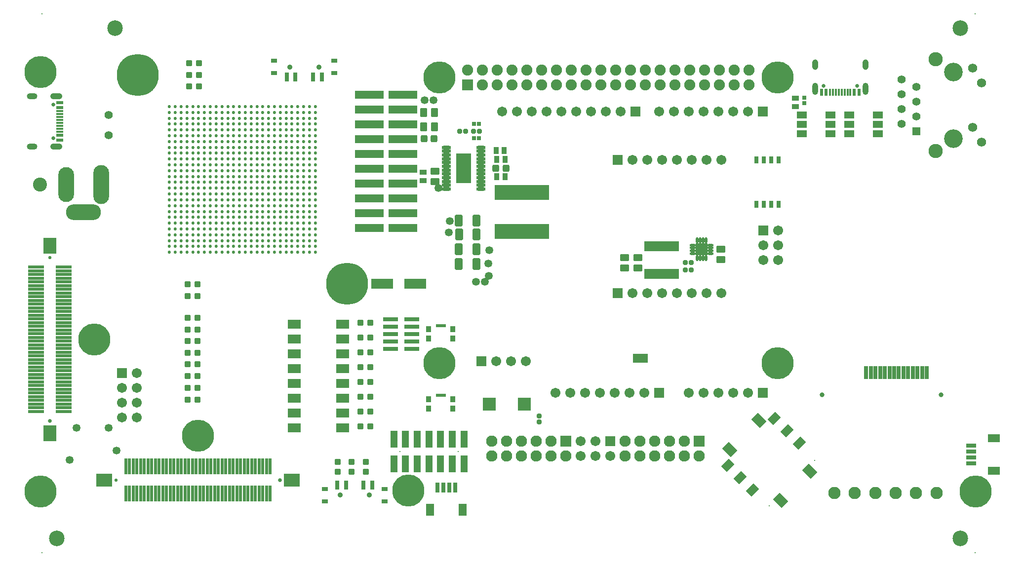
<source format=gts>
G04*
G04 #@! TF.GenerationSoftware,Altium Limited,Altium Designer,24.10.1 (45)*
G04*
G04 Layer_Color=8388736*
%FSLAX44Y44*%
%MOMM*%
G71*
G04*
G04 #@! TF.SameCoordinates,98639135-FE56-4FAC-94B5-B9978FB97537*
G04*
G04*
G04 #@! TF.FilePolarity,Negative*
G04*
G01*
G75*
%ADD12R,0.9000X1.0000*%
%ADD13R,1.7000X0.5500*%
%ADD16R,2.1600X1.5200*%
%ADD34R,1.1500X0.3000*%
%ADD35R,1.1500X0.6000*%
%ADD38R,0.7000X1.5000*%
%ADD39R,1.0000X0.8000*%
%ADD40C,0.5300*%
%ADD43R,0.6000X1.1500*%
%ADD45R,0.7600X1.2700*%
%ADD56R,0.3000X1.1500*%
G04:AMPARAMS|DCode=79|XSize=1mm|YSize=1.8mm|CornerRadius=0.5mm|HoleSize=0mm|Usage=FLASHONLY|Rotation=270.000|XOffset=0mm|YOffset=0mm|HoleType=Round|Shape=RoundedRectangle|*
%AMROUNDEDRECTD79*
21,1,1.0000,0.8000,0,0,270.0*
21,1,0.0000,1.8000,0,0,270.0*
1,1,1.0000,-0.4000,0.0000*
1,1,1.0000,-0.4000,0.0000*
1,1,1.0000,0.4000,0.0000*
1,1,1.0000,0.4000,0.0000*
%
%ADD79ROUNDEDRECTD79*%
G04:AMPARAMS|DCode=80|XSize=1mm|YSize=2.1mm|CornerRadius=0.5mm|HoleSize=0mm|Usage=FLASHONLY|Rotation=270.000|XOffset=0mm|YOffset=0mm|HoleType=Round|Shape=RoundedRectangle|*
%AMROUNDEDRECTD80*
21,1,1.0000,1.1000,0,0,270.0*
21,1,0.0000,2.1000,0,0,270.0*
1,1,1.0000,-0.5500,0.0000*
1,1,1.0000,-0.5500,0.0000*
1,1,1.0000,0.5500,0.0000*
1,1,1.0000,0.5500,0.0000*
%
%ADD80ROUNDEDRECTD80*%
%ADD81C,0.6500*%
%ADD83C,0.9000*%
%ADD86C,1.3900*%
%ADD91C,1.5700*%
%ADD94C,3.2000*%
%ADD95R,1.3900X1.3900*%
%ADD96C,2.4500*%
G04:AMPARAMS|DCode=97|XSize=1mm|YSize=1.8mm|CornerRadius=0.5mm|HoleSize=0mm|Usage=FLASHONLY|Rotation=180.000|XOffset=0mm|YOffset=0mm|HoleType=Round|Shape=RoundedRectangle|*
%AMROUNDEDRECTD97*
21,1,1.0000,0.8000,0,0,180.0*
21,1,0.0000,1.8000,0,0,180.0*
1,1,1.0000,0.0000,0.4000*
1,1,1.0000,0.0000,0.4000*
1,1,1.0000,0.0000,-0.4000*
1,1,1.0000,0.0000,-0.4000*
%
%ADD97ROUNDEDRECTD97*%
G04:AMPARAMS|DCode=98|XSize=1mm|YSize=2.1mm|CornerRadius=0.5mm|HoleSize=0mm|Usage=FLASHONLY|Rotation=180.000|XOffset=0mm|YOffset=0mm|HoleType=Round|Shape=RoundedRectangle|*
%AMROUNDEDRECTD98*
21,1,1.0000,1.1000,0,0,180.0*
21,1,0.0000,2.1000,0,0,180.0*
1,1,1.0000,0.0000,0.5500*
1,1,1.0000,0.0000,0.5500*
1,1,1.0000,0.0000,-0.5500*
1,1,1.0000,0.0000,-0.5500*
%
%ADD98ROUNDEDRECTD98*%
%ADD165R,2.6000X1.6000*%
%ADD166C,2.6700*%
%ADD167R,4.9532X1.4032*%
%ADD168R,9.2964X2.5908*%
%ADD169R,1.2032X2.9532*%
%ADD170R,0.5532X2.7032*%
%ADD171R,2.7032X2.2032*%
%ADD172R,3.7032X1.8032*%
%ADD173R,2.6032X0.8032*%
%ADD174R,2.7032X0.5532*%
%ADD175R,2.2032X2.7032*%
G04:AMPARAMS|DCode=176|XSize=2.0032mm|YSize=1.3532mm|CornerRadius=0.2454mm|HoleSize=0mm|Usage=FLASHONLY|Rotation=270.000|XOffset=0mm|YOffset=0mm|HoleType=Round|Shape=RoundedRectangle|*
%AMROUNDEDRECTD176*
21,1,2.0032,0.8625,0,0,270.0*
21,1,1.5125,1.3532,0,0,270.0*
1,1,0.4907,-0.4313,-0.7563*
1,1,0.4907,-0.4313,0.7563*
1,1,0.4907,0.4313,0.7563*
1,1,0.4907,0.4313,-0.7563*
%
%ADD176ROUNDEDRECTD176*%
G04:AMPARAMS|DCode=177|XSize=1.0032mm|YSize=1.0032mm|CornerRadius=0.2016mm|HoleSize=0mm|Usage=FLASHONLY|Rotation=180.000|XOffset=0mm|YOffset=0mm|HoleType=Round|Shape=RoundedRectangle|*
%AMROUNDEDRECTD177*
21,1,1.0032,0.6000,0,0,180.0*
21,1,0.6000,1.0032,0,0,180.0*
1,1,0.4032,-0.3000,0.3000*
1,1,0.4032,0.3000,0.3000*
1,1,0.4032,0.3000,-0.3000*
1,1,0.4032,-0.3000,-0.3000*
%
%ADD177ROUNDEDRECTD177*%
G04:AMPARAMS|DCode=178|XSize=1.2032mm|YSize=1.1032mm|CornerRadius=0.2141mm|HoleSize=0mm|Usage=FLASHONLY|Rotation=270.000|XOffset=0mm|YOffset=0mm|HoleType=Round|Shape=RoundedRectangle|*
%AMROUNDEDRECTD178*
21,1,1.2032,0.6750,0,0,270.0*
21,1,0.7750,1.1032,0,0,270.0*
1,1,0.4282,-0.3375,-0.3875*
1,1,0.4282,-0.3375,0.3875*
1,1,0.4282,0.3375,0.3875*
1,1,0.4282,0.3375,-0.3875*
%
%ADD178ROUNDEDRECTD178*%
G04:AMPARAMS|DCode=179|XSize=1.6032mm|YSize=1.2032mm|CornerRadius=0.2266mm|HoleSize=0mm|Usage=FLASHONLY|Rotation=270.000|XOffset=0mm|YOffset=0mm|HoleType=Round|Shape=RoundedRectangle|*
%AMROUNDEDRECTD179*
21,1,1.6032,0.7500,0,0,270.0*
21,1,1.1500,1.2032,0,0,270.0*
1,1,0.4532,-0.3750,-0.5750*
1,1,0.4532,-0.3750,0.5750*
1,1,0.4532,0.3750,0.5750*
1,1,0.4532,0.3750,-0.5750*
%
%ADD179ROUNDEDRECTD179*%
G04:AMPARAMS|DCode=180|XSize=1.6032mm|YSize=1.2032mm|CornerRadius=0.2266mm|HoleSize=0mm|Usage=FLASHONLY|Rotation=0.000|XOffset=0mm|YOffset=0mm|HoleType=Round|Shape=RoundedRectangle|*
%AMROUNDEDRECTD180*
21,1,1.6032,0.7500,0,0,0.0*
21,1,1.1500,1.2032,0,0,0.0*
1,1,0.4532,0.5750,-0.3750*
1,1,0.4532,-0.5750,-0.3750*
1,1,0.4532,-0.5750,0.3750*
1,1,0.4532,0.5750,0.3750*
%
%ADD180ROUNDEDRECTD180*%
%ADD181R,0.9532X1.1532*%
%ADD182O,1.6032X0.6532*%
%ADD183R,2.5632X5.1432*%
%ADD184R,1.1532X0.9532*%
%ADD185R,0.7600X0.7600*%
G04:AMPARAMS|DCode=186|XSize=0.8032mm|YSize=0.8032mm|CornerRadius=0.1616mm|HoleSize=0mm|Usage=FLASHONLY|Rotation=270.000|XOffset=0mm|YOffset=0mm|HoleType=Round|Shape=RoundedRectangle|*
%AMROUNDEDRECTD186*
21,1,0.8032,0.4800,0,0,270.0*
21,1,0.4800,0.8032,0,0,270.0*
1,1,0.3232,-0.2400,-0.2400*
1,1,0.3232,-0.2400,0.2400*
1,1,0.3232,0.2400,0.2400*
1,1,0.3232,0.2400,-0.2400*
%
%ADD186ROUNDEDRECTD186*%
%ADD187R,0.8032X1.7532*%
%ADD188R,1.4032X2.0032*%
%ADD189R,0.7033X2.2032*%
%ADD190R,1.7032X1.2032*%
%ADD191R,0.7600X0.7600*%
%ADD192R,1.7532X0.8032*%
G04:AMPARAMS|DCode=193|XSize=2.1032mm|YSize=1.6032mm|CornerRadius=0mm|HoleSize=0mm|Usage=FLASHONLY|Rotation=135.000|XOffset=0mm|YOffset=0mm|HoleType=Round|Shape=Rectangle|*
%AMROTATEDRECTD193*
4,1,4,1.3104,-0.1768,0.1768,-1.3104,-1.3104,0.1768,-0.1768,1.3104,1.3104,-0.1768,0.0*
%
%ADD193ROTATEDRECTD193*%

%ADD194O,1.1032X0.4532*%
%ADD195R,2.0032X2.0032*%
%ADD196O,0.4532X1.1032*%
G04:AMPARAMS|DCode=197|XSize=1.9032mm|YSize=1.4032mm|CornerRadius=0mm|HoleSize=0mm|Usage=FLASHONLY|Rotation=45.000|XOffset=0mm|YOffset=0mm|HoleType=Round|Shape=Rectangle|*
%AMROTATEDRECTD197*
4,1,4,-0.1768,-1.1690,-1.1690,-0.1768,0.1768,1.1690,1.1690,0.1768,-0.1768,-1.1690,0.0*
%
%ADD197ROTATEDRECTD197*%

%ADD198R,2.2032X2.2032*%
G04:AMPARAMS|DCode=199|XSize=0.8032mm|YSize=0.8032mm|CornerRadius=0.1616mm|HoleSize=0mm|Usage=FLASHONLY|Rotation=180.000|XOffset=0mm|YOffset=0mm|HoleType=Round|Shape=RoundedRectangle|*
%AMROUNDEDRECTD199*
21,1,0.8032,0.4800,0,0,180.0*
21,1,0.4800,0.8032,0,0,180.0*
1,1,0.3232,-0.2400,0.2400*
1,1,0.3232,0.2400,0.2400*
1,1,0.3232,0.2400,-0.2400*
1,1,0.3232,-0.2400,-0.2400*
%
%ADD199ROUNDEDRECTD199*%
%ADD200R,5.9032X1.8032*%
%ADD201R,0.8382X1.4732*%
G04:AMPARAMS|DCode=202|XSize=1.0032mm|YSize=1.0032mm|CornerRadius=0.2016mm|HoleSize=0mm|Usage=FLASHONLY|Rotation=270.000|XOffset=0mm|YOffset=0mm|HoleType=Round|Shape=RoundedRectangle|*
%AMROUNDEDRECTD202*
21,1,1.0032,0.6000,0,0,270.0*
21,1,0.6000,1.0032,0,0,270.0*
1,1,0.4032,-0.3000,-0.3000*
1,1,0.4032,-0.3000,0.3000*
1,1,0.4032,0.3000,0.3000*
1,1,0.4032,0.3000,-0.3000*
%
%ADD202ROUNDEDRECTD202*%
%ADD203R,2.0032X1.4032*%
%ADD204C,0.2032*%
%ADD205C,0.6782*%
%ADD206C,0.5782*%
G04:AMPARAMS|DCode=207|XSize=6.0032mm|YSize=2.7032mm|CornerRadius=1.3516mm|HoleSize=0mm|Usage=FLASHONLY|Rotation=0.000|XOffset=0mm|YOffset=0mm|HoleType=Round|Shape=RoundedRectangle|*
%AMROUNDEDRECTD207*
21,1,6.0032,0.0000,0,0,0.0*
21,1,3.3000,2.7032,0,0,0.0*
1,1,2.7032,1.6500,0.0000*
1,1,2.7032,-1.6500,0.0000*
1,1,2.7032,-1.6500,0.0000*
1,1,2.7032,1.6500,0.0000*
%
%ADD207ROUNDEDRECTD207*%
G04:AMPARAMS|DCode=208|XSize=6.0032mm|YSize=2.7032mm|CornerRadius=1.3516mm|HoleSize=0mm|Usage=FLASHONLY|Rotation=270.000|XOffset=0mm|YOffset=0mm|HoleType=Round|Shape=RoundedRectangle|*
%AMROUNDEDRECTD208*
21,1,6.0032,0.0000,0,0,270.0*
21,1,3.3000,2.7032,0,0,270.0*
1,1,2.7032,0.0000,-1.6500*
1,1,2.7032,0.0000,1.6500*
1,1,2.7032,0.0000,1.6500*
1,1,2.7032,0.0000,-1.6500*
%
%ADD208ROUNDEDRECTD208*%
G04:AMPARAMS|DCode=209|XSize=6.7032mm|YSize=2.7032mm|CornerRadius=1.3516mm|HoleSize=0mm|Usage=FLASHONLY|Rotation=270.000|XOffset=0mm|YOffset=0mm|HoleType=Round|Shape=RoundedRectangle|*
%AMROUNDEDRECTD209*
21,1,6.7032,0.0000,0,0,270.0*
21,1,4.0000,2.7032,0,0,270.0*
1,1,2.7032,0.0000,-2.0000*
1,1,2.7032,0.0000,2.0000*
1,1,2.7032,0.0000,2.0000*
1,1,2.7032,0.0000,-2.0000*
%
%ADD209ROUNDEDRECTD209*%
%ADD210C,2.4032*%
%ADD211C,1.7032*%
%ADD212R,1.7032X1.7032*%
%ADD213C,0.5588*%
%ADD214C,5.5032*%
%ADD215C,7.2032*%
%ADD216R,1.7032X1.7032*%
%ADD217C,0.8032*%
%ADD218C,1.9032*%
%ADD219C,2.1032*%
%ADD220C,1.9304*%
%ADD221C,1.4032*%
%ADD222R,1.9032X1.9032*%
%ADD223R,1.8796X1.8796*%
%ADD224C,1.3462*%
%ADD225C,0.7032*%
D12*
X963065Y563816D02*
D03*
Y547816D02*
D03*
X1004065D02*
D03*
Y563816D02*
D03*
Y667816D02*
D03*
X963065D02*
D03*
Y683816D02*
D03*
X1004065D02*
D03*
D13*
X983565Y570066D02*
D03*
Y690066D02*
D03*
D16*
X815135Y540036D02*
D03*
Y667036D02*
D03*
Y692436D02*
D03*
Y590836D02*
D03*
Y641636D02*
D03*
Y565436D02*
D03*
Y514636D02*
D03*
Y616236D02*
D03*
X732535Y514636D02*
D03*
Y540036D02*
D03*
Y565436D02*
D03*
Y590836D02*
D03*
Y616236D02*
D03*
Y641636D02*
D03*
Y692436D02*
D03*
Y667036D02*
D03*
D34*
X330065Y1057896D02*
D03*
Y1052896D02*
D03*
Y1047896D02*
D03*
Y1042896D02*
D03*
Y1037896D02*
D03*
Y1032896D02*
D03*
Y1027896D02*
D03*
Y1022896D02*
D03*
D35*
Y1064396D02*
D03*
Y1016396D02*
D03*
Y1008396D02*
D03*
Y1072396D02*
D03*
D38*
X779445Y1116276D02*
D03*
X764445D02*
D03*
X719445D02*
D03*
X734445D02*
D03*
X866105Y416686D02*
D03*
X821105D02*
D03*
X806105D02*
D03*
X851105D02*
D03*
D39*
X697945Y1144276D02*
D03*
Y1123276D02*
D03*
X800945Y1144276D02*
D03*
Y1123276D02*
D03*
X784605Y388686D02*
D03*
Y409686D02*
D03*
X887605Y388686D02*
D03*
Y409686D02*
D03*
D40*
X518565Y815816D02*
D03*
Y825816D02*
D03*
Y835816D02*
D03*
Y845816D02*
D03*
Y855816D02*
D03*
Y865816D02*
D03*
Y875816D02*
D03*
Y885816D02*
D03*
Y895816D02*
D03*
Y905816D02*
D03*
Y915816D02*
D03*
Y925816D02*
D03*
Y935816D02*
D03*
Y945816D02*
D03*
Y955816D02*
D03*
Y965816D02*
D03*
Y975816D02*
D03*
Y985816D02*
D03*
Y995816D02*
D03*
Y1005816D02*
D03*
Y1015816D02*
D03*
Y1025816D02*
D03*
Y1035816D02*
D03*
Y1045816D02*
D03*
Y1055816D02*
D03*
Y1065816D02*
D03*
X528565Y815816D02*
D03*
Y825816D02*
D03*
Y835816D02*
D03*
Y845816D02*
D03*
Y855816D02*
D03*
Y865816D02*
D03*
Y875816D02*
D03*
Y885816D02*
D03*
Y895816D02*
D03*
Y905816D02*
D03*
Y915816D02*
D03*
Y925816D02*
D03*
Y935816D02*
D03*
Y945816D02*
D03*
Y955816D02*
D03*
Y965816D02*
D03*
Y975816D02*
D03*
Y985816D02*
D03*
Y995816D02*
D03*
Y1005816D02*
D03*
Y1015816D02*
D03*
Y1025816D02*
D03*
Y1035816D02*
D03*
Y1045816D02*
D03*
Y1055816D02*
D03*
Y1065816D02*
D03*
X538565Y815816D02*
D03*
Y825816D02*
D03*
Y835816D02*
D03*
Y845816D02*
D03*
Y855816D02*
D03*
Y865816D02*
D03*
Y875816D02*
D03*
Y885816D02*
D03*
Y895816D02*
D03*
Y905816D02*
D03*
Y915816D02*
D03*
Y925816D02*
D03*
Y935816D02*
D03*
Y945816D02*
D03*
Y955816D02*
D03*
Y965816D02*
D03*
Y975816D02*
D03*
Y985816D02*
D03*
Y995816D02*
D03*
Y1005816D02*
D03*
Y1015816D02*
D03*
Y1025816D02*
D03*
Y1035816D02*
D03*
Y1045816D02*
D03*
Y1055816D02*
D03*
Y1065816D02*
D03*
X548565Y815816D02*
D03*
Y825816D02*
D03*
Y835816D02*
D03*
Y845816D02*
D03*
Y855816D02*
D03*
Y865816D02*
D03*
Y875816D02*
D03*
Y885816D02*
D03*
Y895816D02*
D03*
Y905816D02*
D03*
Y915816D02*
D03*
Y925816D02*
D03*
Y935816D02*
D03*
Y945816D02*
D03*
Y955816D02*
D03*
Y965816D02*
D03*
Y975816D02*
D03*
Y985816D02*
D03*
Y995816D02*
D03*
Y1005816D02*
D03*
Y1015816D02*
D03*
Y1025816D02*
D03*
Y1035816D02*
D03*
Y1045816D02*
D03*
Y1055816D02*
D03*
Y1065816D02*
D03*
X558565Y815816D02*
D03*
Y825816D02*
D03*
Y835816D02*
D03*
Y845816D02*
D03*
Y855816D02*
D03*
Y865816D02*
D03*
Y875816D02*
D03*
Y885816D02*
D03*
Y895816D02*
D03*
Y905816D02*
D03*
Y915816D02*
D03*
Y925816D02*
D03*
Y935816D02*
D03*
Y945816D02*
D03*
Y955816D02*
D03*
Y965816D02*
D03*
Y975816D02*
D03*
Y985816D02*
D03*
Y995816D02*
D03*
Y1005816D02*
D03*
Y1015816D02*
D03*
Y1025816D02*
D03*
Y1035816D02*
D03*
Y1045816D02*
D03*
Y1055816D02*
D03*
Y1065816D02*
D03*
X568565Y815816D02*
D03*
Y825816D02*
D03*
Y835816D02*
D03*
Y845816D02*
D03*
Y855816D02*
D03*
Y865816D02*
D03*
Y875816D02*
D03*
Y885816D02*
D03*
Y895816D02*
D03*
Y905816D02*
D03*
Y915816D02*
D03*
Y925816D02*
D03*
Y935816D02*
D03*
Y945816D02*
D03*
Y955816D02*
D03*
Y965816D02*
D03*
Y975816D02*
D03*
Y985816D02*
D03*
Y995816D02*
D03*
Y1005816D02*
D03*
Y1015816D02*
D03*
Y1025816D02*
D03*
Y1035816D02*
D03*
Y1045816D02*
D03*
Y1055816D02*
D03*
Y1065816D02*
D03*
X578565Y815816D02*
D03*
Y825816D02*
D03*
Y835816D02*
D03*
Y845816D02*
D03*
Y855816D02*
D03*
Y865816D02*
D03*
Y875816D02*
D03*
Y885816D02*
D03*
Y895816D02*
D03*
Y905816D02*
D03*
Y915816D02*
D03*
Y925816D02*
D03*
Y935816D02*
D03*
Y945816D02*
D03*
Y955816D02*
D03*
Y965816D02*
D03*
Y975816D02*
D03*
Y985816D02*
D03*
Y995816D02*
D03*
Y1005816D02*
D03*
Y1015816D02*
D03*
Y1025816D02*
D03*
Y1035816D02*
D03*
Y1045816D02*
D03*
Y1055816D02*
D03*
Y1065816D02*
D03*
X588565Y815816D02*
D03*
Y825816D02*
D03*
Y835816D02*
D03*
Y845816D02*
D03*
Y855816D02*
D03*
Y865816D02*
D03*
Y875816D02*
D03*
Y885816D02*
D03*
Y895816D02*
D03*
Y905816D02*
D03*
Y915816D02*
D03*
Y925816D02*
D03*
Y935816D02*
D03*
Y945816D02*
D03*
Y955816D02*
D03*
Y965816D02*
D03*
Y975816D02*
D03*
Y985816D02*
D03*
Y995816D02*
D03*
Y1005816D02*
D03*
Y1015816D02*
D03*
Y1025816D02*
D03*
Y1035816D02*
D03*
Y1045816D02*
D03*
Y1055816D02*
D03*
Y1065816D02*
D03*
X598565Y815816D02*
D03*
Y825816D02*
D03*
Y835816D02*
D03*
Y845816D02*
D03*
Y855816D02*
D03*
Y865816D02*
D03*
Y875816D02*
D03*
Y885816D02*
D03*
Y895816D02*
D03*
Y905816D02*
D03*
Y915816D02*
D03*
Y925816D02*
D03*
Y935816D02*
D03*
Y945816D02*
D03*
Y955816D02*
D03*
Y965816D02*
D03*
Y975816D02*
D03*
Y985816D02*
D03*
Y995816D02*
D03*
Y1005816D02*
D03*
Y1015816D02*
D03*
Y1025816D02*
D03*
Y1035816D02*
D03*
Y1045816D02*
D03*
Y1055816D02*
D03*
Y1065816D02*
D03*
X608565Y815816D02*
D03*
Y825816D02*
D03*
Y835816D02*
D03*
Y845816D02*
D03*
Y855816D02*
D03*
Y865816D02*
D03*
Y875816D02*
D03*
Y885816D02*
D03*
Y895816D02*
D03*
Y905816D02*
D03*
Y915816D02*
D03*
Y925816D02*
D03*
Y935816D02*
D03*
Y945816D02*
D03*
Y955816D02*
D03*
Y965816D02*
D03*
Y975816D02*
D03*
Y985816D02*
D03*
Y995816D02*
D03*
Y1005816D02*
D03*
Y1015816D02*
D03*
Y1025816D02*
D03*
Y1035816D02*
D03*
Y1045816D02*
D03*
Y1055816D02*
D03*
Y1065816D02*
D03*
X618565Y815816D02*
D03*
Y825816D02*
D03*
Y835816D02*
D03*
Y845816D02*
D03*
Y855816D02*
D03*
Y865816D02*
D03*
Y875816D02*
D03*
Y885816D02*
D03*
Y895816D02*
D03*
Y905816D02*
D03*
Y915816D02*
D03*
Y925816D02*
D03*
Y935816D02*
D03*
Y945816D02*
D03*
Y955816D02*
D03*
Y965816D02*
D03*
Y975816D02*
D03*
Y985816D02*
D03*
Y995816D02*
D03*
Y1005816D02*
D03*
Y1015816D02*
D03*
Y1025816D02*
D03*
Y1035816D02*
D03*
Y1045816D02*
D03*
Y1055816D02*
D03*
Y1065816D02*
D03*
X628565Y815816D02*
D03*
Y825816D02*
D03*
Y835816D02*
D03*
Y845816D02*
D03*
Y855816D02*
D03*
Y865816D02*
D03*
Y875816D02*
D03*
Y885816D02*
D03*
Y895816D02*
D03*
Y905816D02*
D03*
Y915816D02*
D03*
Y925816D02*
D03*
Y935816D02*
D03*
Y945816D02*
D03*
Y955816D02*
D03*
Y965816D02*
D03*
Y975816D02*
D03*
Y985816D02*
D03*
Y995816D02*
D03*
Y1005816D02*
D03*
Y1015816D02*
D03*
Y1025816D02*
D03*
Y1035816D02*
D03*
Y1045816D02*
D03*
Y1055816D02*
D03*
Y1065816D02*
D03*
X638565Y815816D02*
D03*
Y825816D02*
D03*
Y835816D02*
D03*
Y845816D02*
D03*
Y855816D02*
D03*
Y865816D02*
D03*
Y875816D02*
D03*
Y885816D02*
D03*
Y895816D02*
D03*
Y905816D02*
D03*
Y915816D02*
D03*
Y925816D02*
D03*
Y935816D02*
D03*
Y945816D02*
D03*
Y955816D02*
D03*
Y965816D02*
D03*
Y975816D02*
D03*
Y985816D02*
D03*
Y995816D02*
D03*
Y1005816D02*
D03*
Y1015816D02*
D03*
Y1025816D02*
D03*
Y1035816D02*
D03*
Y1045816D02*
D03*
Y1055816D02*
D03*
Y1065816D02*
D03*
X648565Y815816D02*
D03*
Y825816D02*
D03*
Y835816D02*
D03*
Y845816D02*
D03*
Y855816D02*
D03*
Y865816D02*
D03*
Y875816D02*
D03*
Y885816D02*
D03*
Y895816D02*
D03*
Y905816D02*
D03*
Y915816D02*
D03*
Y925816D02*
D03*
Y935816D02*
D03*
Y945816D02*
D03*
Y955816D02*
D03*
Y965816D02*
D03*
Y975816D02*
D03*
Y985816D02*
D03*
Y995816D02*
D03*
Y1005816D02*
D03*
Y1015816D02*
D03*
Y1025816D02*
D03*
Y1035816D02*
D03*
Y1045816D02*
D03*
Y1055816D02*
D03*
Y1065816D02*
D03*
X658565Y815816D02*
D03*
Y825816D02*
D03*
Y835816D02*
D03*
Y845816D02*
D03*
Y855816D02*
D03*
Y865816D02*
D03*
Y875816D02*
D03*
Y885816D02*
D03*
Y895816D02*
D03*
Y905816D02*
D03*
Y915816D02*
D03*
Y925816D02*
D03*
Y935816D02*
D03*
Y945816D02*
D03*
Y955816D02*
D03*
Y965816D02*
D03*
Y975816D02*
D03*
Y985816D02*
D03*
Y995816D02*
D03*
Y1005816D02*
D03*
Y1015816D02*
D03*
Y1025816D02*
D03*
Y1035816D02*
D03*
Y1045816D02*
D03*
Y1055816D02*
D03*
Y1065816D02*
D03*
X668565Y815816D02*
D03*
Y825816D02*
D03*
Y835816D02*
D03*
Y845816D02*
D03*
Y855816D02*
D03*
Y865816D02*
D03*
Y875816D02*
D03*
Y885816D02*
D03*
Y895816D02*
D03*
Y905816D02*
D03*
Y915816D02*
D03*
Y925816D02*
D03*
Y935816D02*
D03*
Y945816D02*
D03*
Y955816D02*
D03*
Y965816D02*
D03*
Y975816D02*
D03*
Y985816D02*
D03*
Y995816D02*
D03*
Y1005816D02*
D03*
Y1015816D02*
D03*
Y1025816D02*
D03*
Y1035816D02*
D03*
Y1045816D02*
D03*
Y1055816D02*
D03*
Y1065816D02*
D03*
X678565Y815816D02*
D03*
Y825816D02*
D03*
Y835816D02*
D03*
Y845816D02*
D03*
Y855816D02*
D03*
Y865816D02*
D03*
Y875816D02*
D03*
Y885816D02*
D03*
Y895816D02*
D03*
Y905816D02*
D03*
Y915816D02*
D03*
Y925816D02*
D03*
Y935816D02*
D03*
Y945816D02*
D03*
Y955816D02*
D03*
Y965816D02*
D03*
Y975816D02*
D03*
Y985816D02*
D03*
Y995816D02*
D03*
Y1005816D02*
D03*
Y1015816D02*
D03*
Y1025816D02*
D03*
Y1035816D02*
D03*
Y1045816D02*
D03*
Y1055816D02*
D03*
Y1065816D02*
D03*
X688565Y815816D02*
D03*
Y825816D02*
D03*
Y835816D02*
D03*
Y845816D02*
D03*
Y855816D02*
D03*
Y865816D02*
D03*
Y875816D02*
D03*
Y885816D02*
D03*
Y895816D02*
D03*
Y905816D02*
D03*
Y915816D02*
D03*
Y925816D02*
D03*
Y935816D02*
D03*
Y945816D02*
D03*
Y955816D02*
D03*
Y965816D02*
D03*
Y975816D02*
D03*
Y985816D02*
D03*
Y995816D02*
D03*
Y1005816D02*
D03*
Y1015816D02*
D03*
Y1025816D02*
D03*
Y1035816D02*
D03*
Y1045816D02*
D03*
Y1055816D02*
D03*
Y1065816D02*
D03*
X698565Y815816D02*
D03*
Y825816D02*
D03*
Y835816D02*
D03*
Y845816D02*
D03*
Y855816D02*
D03*
Y865816D02*
D03*
Y875816D02*
D03*
Y885816D02*
D03*
Y895816D02*
D03*
Y905816D02*
D03*
Y915816D02*
D03*
Y925816D02*
D03*
Y935816D02*
D03*
Y945816D02*
D03*
Y955816D02*
D03*
Y965816D02*
D03*
Y975816D02*
D03*
Y985816D02*
D03*
Y995816D02*
D03*
Y1005816D02*
D03*
Y1015816D02*
D03*
Y1025816D02*
D03*
Y1035816D02*
D03*
Y1045816D02*
D03*
Y1055816D02*
D03*
Y1065816D02*
D03*
X708565Y815816D02*
D03*
Y825816D02*
D03*
Y835816D02*
D03*
Y845816D02*
D03*
Y855816D02*
D03*
Y865816D02*
D03*
Y875816D02*
D03*
Y885816D02*
D03*
Y895816D02*
D03*
Y905816D02*
D03*
Y915816D02*
D03*
Y925816D02*
D03*
Y935816D02*
D03*
Y945816D02*
D03*
Y955816D02*
D03*
Y965816D02*
D03*
Y975816D02*
D03*
Y985816D02*
D03*
Y995816D02*
D03*
Y1005816D02*
D03*
Y1015816D02*
D03*
Y1025816D02*
D03*
Y1035816D02*
D03*
Y1045816D02*
D03*
Y1055816D02*
D03*
Y1065816D02*
D03*
X718565Y815816D02*
D03*
Y825816D02*
D03*
Y835816D02*
D03*
Y845816D02*
D03*
Y855816D02*
D03*
Y865816D02*
D03*
Y875816D02*
D03*
Y885816D02*
D03*
Y895816D02*
D03*
Y905816D02*
D03*
Y915816D02*
D03*
Y925816D02*
D03*
Y935816D02*
D03*
Y945816D02*
D03*
Y955816D02*
D03*
Y965816D02*
D03*
Y975816D02*
D03*
Y985816D02*
D03*
Y995816D02*
D03*
Y1005816D02*
D03*
Y1015816D02*
D03*
Y1025816D02*
D03*
Y1035816D02*
D03*
Y1045816D02*
D03*
Y1055816D02*
D03*
Y1065816D02*
D03*
X728565Y815816D02*
D03*
Y825816D02*
D03*
Y835816D02*
D03*
Y845816D02*
D03*
Y855816D02*
D03*
Y865816D02*
D03*
Y875816D02*
D03*
Y885816D02*
D03*
Y895816D02*
D03*
Y905816D02*
D03*
Y915816D02*
D03*
Y925816D02*
D03*
Y935816D02*
D03*
Y945816D02*
D03*
Y955816D02*
D03*
Y965816D02*
D03*
Y975816D02*
D03*
Y985816D02*
D03*
Y995816D02*
D03*
Y1005816D02*
D03*
Y1015816D02*
D03*
Y1025816D02*
D03*
Y1035816D02*
D03*
Y1045816D02*
D03*
Y1055816D02*
D03*
Y1065816D02*
D03*
X738565Y815816D02*
D03*
Y825816D02*
D03*
Y835816D02*
D03*
Y845816D02*
D03*
Y855816D02*
D03*
Y865816D02*
D03*
Y875816D02*
D03*
Y885816D02*
D03*
Y895816D02*
D03*
Y905816D02*
D03*
Y915816D02*
D03*
Y925816D02*
D03*
Y935816D02*
D03*
Y945816D02*
D03*
Y955816D02*
D03*
Y965816D02*
D03*
Y975816D02*
D03*
Y985816D02*
D03*
Y995816D02*
D03*
Y1005816D02*
D03*
Y1015816D02*
D03*
Y1025816D02*
D03*
Y1035816D02*
D03*
Y1045816D02*
D03*
Y1055816D02*
D03*
Y1065816D02*
D03*
X748565Y815816D02*
D03*
Y825816D02*
D03*
Y835816D02*
D03*
Y845816D02*
D03*
Y855816D02*
D03*
Y865816D02*
D03*
Y875816D02*
D03*
Y885816D02*
D03*
Y895816D02*
D03*
Y905816D02*
D03*
Y915816D02*
D03*
Y925816D02*
D03*
Y935816D02*
D03*
Y945816D02*
D03*
Y955816D02*
D03*
Y965816D02*
D03*
Y975816D02*
D03*
Y985816D02*
D03*
Y995816D02*
D03*
Y1005816D02*
D03*
Y1015816D02*
D03*
Y1025816D02*
D03*
Y1035816D02*
D03*
Y1045816D02*
D03*
Y1055816D02*
D03*
Y1065816D02*
D03*
X758565Y815816D02*
D03*
Y825816D02*
D03*
Y835816D02*
D03*
Y845816D02*
D03*
Y855816D02*
D03*
Y865816D02*
D03*
Y875816D02*
D03*
Y885816D02*
D03*
Y895816D02*
D03*
Y905816D02*
D03*
Y915816D02*
D03*
Y925816D02*
D03*
Y935816D02*
D03*
Y945816D02*
D03*
Y955816D02*
D03*
Y965816D02*
D03*
Y975816D02*
D03*
Y985816D02*
D03*
Y995816D02*
D03*
Y1005816D02*
D03*
Y1015816D02*
D03*
Y1025816D02*
D03*
Y1035816D02*
D03*
Y1045816D02*
D03*
Y1055816D02*
D03*
Y1065816D02*
D03*
X768565Y815816D02*
D03*
Y825816D02*
D03*
Y835816D02*
D03*
Y845816D02*
D03*
Y855816D02*
D03*
Y865816D02*
D03*
Y875816D02*
D03*
Y885816D02*
D03*
Y895816D02*
D03*
Y905816D02*
D03*
Y915816D02*
D03*
Y925816D02*
D03*
Y935816D02*
D03*
Y945816D02*
D03*
Y955816D02*
D03*
Y965816D02*
D03*
Y975816D02*
D03*
Y985816D02*
D03*
Y995816D02*
D03*
Y1005816D02*
D03*
Y1015816D02*
D03*
Y1025816D02*
D03*
Y1035816D02*
D03*
Y1045816D02*
D03*
Y1055816D02*
D03*
Y1065816D02*
D03*
D43*
X1700665Y1090396D02*
D03*
X1636665D02*
D03*
X1692665D02*
D03*
X1644665D02*
D03*
D45*
X1537355Y974396D02*
D03*
X1524655D02*
D03*
Y898196D02*
D03*
X1537355D02*
D03*
X1550055D02*
D03*
X1562755D02*
D03*
Y974396D02*
D03*
X1550055D02*
D03*
D56*
X1686165Y1090396D02*
D03*
X1681165D02*
D03*
X1676165D02*
D03*
X1671165D02*
D03*
X1666165D02*
D03*
X1661165D02*
D03*
X1656165D02*
D03*
X1651165D02*
D03*
D79*
X282515Y1083596D02*
D03*
Y997196D02*
D03*
D80*
X324315Y1083596D02*
D03*
Y997196D02*
D03*
D81*
X319315Y1069296D02*
D03*
Y1011496D02*
D03*
X1697565Y1101146D02*
D03*
X1639765D02*
D03*
D83*
X774445Y1133776D02*
D03*
X724445D02*
D03*
X861105Y399186D02*
D03*
X811105D02*
D03*
D86*
X1773465Y1112696D02*
D03*
X1798865Y1049196D02*
D03*
Y1074596D02*
D03*
Y1099996D02*
D03*
X1773465Y1036496D02*
D03*
Y1061896D02*
D03*
Y1087296D02*
D03*
D91*
X1911365Y1004996D02*
D03*
X1896165Y1131496D02*
D03*
Y1030396D02*
D03*
X1911365Y1106096D02*
D03*
D94*
X1862365Y1125396D02*
D03*
Y1011096D02*
D03*
D95*
X1798865Y1023796D02*
D03*
D96*
X1831865Y1146996D02*
D03*
Y989496D02*
D03*
D97*
X1711865Y1137946D02*
D03*
X1625465D02*
D03*
D98*
X1711865Y1096146D02*
D03*
X1625465D02*
D03*
D165*
X1325764Y634036D02*
D03*
D166*
X425000Y1200000D02*
D03*
X1875000D02*
D03*
Y325000D02*
D03*
X325000D02*
D03*
D167*
X918565Y933416D02*
D03*
X861065D02*
D03*
X918565Y958816D02*
D03*
Y984216D02*
D03*
X861065Y958816D02*
D03*
Y984216D02*
D03*
X918565Y1009616D02*
D03*
Y1035016D02*
D03*
Y1060416D02*
D03*
Y1085816D02*
D03*
X861065Y1009616D02*
D03*
Y1035016D02*
D03*
Y1060416D02*
D03*
Y1085816D02*
D03*
Y908016D02*
D03*
Y882616D02*
D03*
Y857216D02*
D03*
X918565Y908016D02*
D03*
Y882616D02*
D03*
Y857216D02*
D03*
D168*
X1122355Y851662D02*
D03*
Y918210D02*
D03*
D169*
X903285Y495046D02*
D03*
X1023285D02*
D03*
Y452446D02*
D03*
X1003285Y495046D02*
D03*
Y452446D02*
D03*
X983285Y495046D02*
D03*
Y452446D02*
D03*
X963285Y495046D02*
D03*
Y452446D02*
D03*
X943285Y495046D02*
D03*
Y452446D02*
D03*
X923285Y495046D02*
D03*
Y452446D02*
D03*
X903285D02*
D03*
D170*
X691195Y448696D02*
D03*
Y401696D02*
D03*
X684845Y448696D02*
D03*
Y401696D02*
D03*
X678495Y448696D02*
D03*
Y401696D02*
D03*
X672145Y448696D02*
D03*
Y401696D02*
D03*
X665795Y448696D02*
D03*
Y401696D02*
D03*
X659445Y448696D02*
D03*
Y401696D02*
D03*
X653095Y448696D02*
D03*
Y401696D02*
D03*
X646745Y448696D02*
D03*
Y401696D02*
D03*
X640395Y448696D02*
D03*
Y401696D02*
D03*
X634045Y448696D02*
D03*
Y401696D02*
D03*
X627695Y448696D02*
D03*
Y401696D02*
D03*
X621345Y448696D02*
D03*
Y401696D02*
D03*
X614995Y448696D02*
D03*
Y401696D02*
D03*
X608645Y448696D02*
D03*
Y401696D02*
D03*
X602295Y448696D02*
D03*
Y401696D02*
D03*
X595945Y448696D02*
D03*
Y401696D02*
D03*
X589595Y448696D02*
D03*
Y401696D02*
D03*
X583245Y448696D02*
D03*
Y401696D02*
D03*
X576895Y448696D02*
D03*
Y401696D02*
D03*
X570545Y448696D02*
D03*
Y401696D02*
D03*
X564195Y448696D02*
D03*
Y401696D02*
D03*
X557845Y448696D02*
D03*
Y401696D02*
D03*
X551495Y448696D02*
D03*
Y401696D02*
D03*
X545145Y448696D02*
D03*
Y401696D02*
D03*
X538795Y448696D02*
D03*
Y401696D02*
D03*
X532445Y448696D02*
D03*
Y401696D02*
D03*
X526095Y448696D02*
D03*
Y401696D02*
D03*
X519745Y448696D02*
D03*
Y401696D02*
D03*
X513395Y448696D02*
D03*
Y401696D02*
D03*
X507045Y448696D02*
D03*
Y401696D02*
D03*
X500695Y448696D02*
D03*
Y401696D02*
D03*
X494345Y448696D02*
D03*
Y401696D02*
D03*
X487995Y448696D02*
D03*
Y401696D02*
D03*
X481645Y448696D02*
D03*
Y401696D02*
D03*
X475295Y448696D02*
D03*
Y401696D02*
D03*
X468945Y448696D02*
D03*
Y401696D02*
D03*
X462595Y448696D02*
D03*
Y401696D02*
D03*
X456245Y448696D02*
D03*
Y401696D02*
D03*
X449895Y448696D02*
D03*
Y401696D02*
D03*
X443535Y448696D02*
D03*
Y401696D02*
D03*
D171*
X728215Y425196D02*
D03*
X406515D02*
D03*
D172*
X939535Y761746D02*
D03*
X883535D02*
D03*
D173*
X897565Y701216D02*
D03*
X933565D02*
D03*
X897565Y688516D02*
D03*
X933565D02*
D03*
X897565Y675816D02*
D03*
X933565D02*
D03*
X897565Y663116D02*
D03*
X933565D02*
D03*
X897565Y650416D02*
D03*
X933565D02*
D03*
D174*
X336865Y542666D02*
D03*
X289865D02*
D03*
X336865Y549016D02*
D03*
X289865D02*
D03*
X336865Y555366D02*
D03*
X289865D02*
D03*
X336865Y561716D02*
D03*
X289865D02*
D03*
X336865Y568066D02*
D03*
X289865D02*
D03*
X336865Y574416D02*
D03*
X289865D02*
D03*
X336865Y580766D02*
D03*
X289865D02*
D03*
X336865Y587116D02*
D03*
X289865D02*
D03*
X336865Y593466D02*
D03*
X289865D02*
D03*
X336865Y599816D02*
D03*
X289865D02*
D03*
X336865Y606166D02*
D03*
X289865D02*
D03*
X336865Y612516D02*
D03*
X289865D02*
D03*
X336865Y618866D02*
D03*
X289865D02*
D03*
X336865Y625216D02*
D03*
X289865D02*
D03*
X336865Y631566D02*
D03*
X289865D02*
D03*
X336865Y637916D02*
D03*
X289865D02*
D03*
X336865Y644266D02*
D03*
X289865D02*
D03*
X336865Y650616D02*
D03*
X289865D02*
D03*
X336865Y656966D02*
D03*
X289865D02*
D03*
X336865Y663316D02*
D03*
X289865D02*
D03*
X336865Y669666D02*
D03*
X289865D02*
D03*
X336865Y676016D02*
D03*
X289865D02*
D03*
X336865Y682366D02*
D03*
X289865D02*
D03*
X336865Y688716D02*
D03*
X289865D02*
D03*
X336865Y695066D02*
D03*
X289865D02*
D03*
X336865Y701416D02*
D03*
X289865D02*
D03*
X336865Y707766D02*
D03*
X289865D02*
D03*
X336865Y714116D02*
D03*
X289865D02*
D03*
X336865Y720466D02*
D03*
X289865D02*
D03*
X336865Y726816D02*
D03*
X289865D02*
D03*
X336865Y733166D02*
D03*
X289865D02*
D03*
X336865Y739516D02*
D03*
X289865D02*
D03*
X336865Y745866D02*
D03*
X289865D02*
D03*
X336865Y752216D02*
D03*
X289865D02*
D03*
X336865Y758566D02*
D03*
X289865D02*
D03*
X336865Y764916D02*
D03*
X289865D02*
D03*
X336865Y771266D02*
D03*
X289865D02*
D03*
X336865Y777616D02*
D03*
X289865D02*
D03*
X336865Y783966D02*
D03*
X289865D02*
D03*
X336865Y790326D02*
D03*
X289865D02*
D03*
D175*
X313365Y505646D02*
D03*
Y827346D02*
D03*
D176*
X1014645Y870546D02*
D03*
X1044645D02*
D03*
X1015275Y846366D02*
D03*
X1045275D02*
D03*
X1014645Y821436D02*
D03*
X1044645D02*
D03*
X1014645Y796036D02*
D03*
X1044645D02*
D03*
D177*
X566689Y563150D02*
D03*
X549689D02*
D03*
X552116Y1140156D02*
D03*
X569116D02*
D03*
X566895Y583386D02*
D03*
X549895D02*
D03*
X566895Y603386D02*
D03*
X549895D02*
D03*
X566416Y760736D02*
D03*
X549416D02*
D03*
X566895Y643386D02*
D03*
X549895D02*
D03*
X566416Y740736D02*
D03*
X549416D02*
D03*
X569116Y1100156D02*
D03*
X552116D02*
D03*
X569116Y1120156D02*
D03*
X552116D02*
D03*
X566895Y623386D02*
D03*
X549895D02*
D03*
X566895Y683386D02*
D03*
X549895D02*
D03*
X566895Y703386D02*
D03*
X549895D02*
D03*
X566895Y663386D02*
D03*
X549895D02*
D03*
X846075Y695246D02*
D03*
X863075D02*
D03*
X846075Y669846D02*
D03*
X863075D02*
D03*
X846075Y644446D02*
D03*
X863075D02*
D03*
X846075Y619046D02*
D03*
X863075D02*
D03*
X846075Y593646D02*
D03*
X863075D02*
D03*
X846075Y568246D02*
D03*
X863075D02*
D03*
X846075Y542846D02*
D03*
X863075D02*
D03*
X846075Y517446D02*
D03*
X863075D02*
D03*
D178*
X955065Y1010816D02*
D03*
X972065D02*
D03*
X1095295Y959866D02*
D03*
X1078295D02*
D03*
D179*
X972565Y1055816D02*
D03*
X954565D02*
D03*
X972565Y1030816D02*
D03*
X954565D02*
D03*
D180*
X973565Y954816D02*
D03*
Y936816D02*
D03*
X1464165Y803396D02*
D03*
X1321455Y806866D02*
D03*
X1298595D02*
D03*
X1321455Y788866D02*
D03*
X1298595D02*
D03*
X1464165Y821396D02*
D03*
D181*
X1093795Y945896D02*
D03*
X1079795D02*
D03*
X1093795Y975106D02*
D03*
X1079795D02*
D03*
X1092525Y990346D02*
D03*
X1078525D02*
D03*
D182*
X993565Y995816D02*
D03*
Y989316D02*
D03*
Y982816D02*
D03*
Y976316D02*
D03*
Y969816D02*
D03*
Y963316D02*
D03*
Y956816D02*
D03*
Y950316D02*
D03*
Y943816D02*
D03*
Y937316D02*
D03*
Y930816D02*
D03*
Y924316D02*
D03*
X1052565Y995816D02*
D03*
Y989316D02*
D03*
Y982816D02*
D03*
Y976316D02*
D03*
Y969816D02*
D03*
Y963316D02*
D03*
Y956816D02*
D03*
Y950316D02*
D03*
Y943816D02*
D03*
Y937316D02*
D03*
Y930816D02*
D03*
Y924316D02*
D03*
D183*
X1023065Y960066D02*
D03*
D184*
X953565Y938816D02*
D03*
Y952816D02*
D03*
X1591965Y1080111D02*
D03*
Y1066111D02*
D03*
D185*
X1040285Y1011936D02*
D03*
X1049485D02*
D03*
X1040285Y1036066D02*
D03*
X1049485D02*
D03*
D186*
X1039805Y1023366D02*
D03*
X1049805D02*
D03*
X1015835D02*
D03*
X1025835D02*
D03*
X1402815Y785166D02*
D03*
Y797866D02*
D03*
X1412815Y785166D02*
D03*
Y797866D02*
D03*
D187*
X998165Y412396D02*
D03*
X1008165D02*
D03*
X988165D02*
D03*
X978165D02*
D03*
D188*
X965165Y373646D02*
D03*
X1021165D02*
D03*
D189*
X1721165Y609396D02*
D03*
X1729167D02*
D03*
X1737165D02*
D03*
X1745166D02*
D03*
X1753167D02*
D03*
X1761165D02*
D03*
X1769166D02*
D03*
X1777165D02*
D03*
X1785166D02*
D03*
X1793167D02*
D03*
X1801165D02*
D03*
X1809166D02*
D03*
X1817165D02*
D03*
X1713167D02*
D03*
D190*
X1733305Y1035356D02*
D03*
X1652025D02*
D03*
X1684305Y1051356D02*
D03*
Y1035356D02*
D03*
Y1019356D02*
D03*
X1733305Y1051356D02*
D03*
Y1019356D02*
D03*
X1652025D02*
D03*
Y1051356D02*
D03*
X1603025Y1019356D02*
D03*
Y1035356D02*
D03*
Y1051356D02*
D03*
D191*
X1607205Y1080596D02*
D03*
Y1071396D02*
D03*
D192*
X1893575Y453996D02*
D03*
Y463996D02*
D03*
Y483996D02*
D03*
Y473996D02*
D03*
D193*
X1616062Y439693D02*
D03*
X1566565Y390196D02*
D03*
X1528735Y527021D02*
D03*
X1479237Y477523D02*
D03*
D194*
X1415425Y828226D02*
D03*
Y823226D02*
D03*
Y818226D02*
D03*
X1445925Y828226D02*
D03*
Y823226D02*
D03*
Y818226D02*
D03*
Y813226D02*
D03*
X1415425D02*
D03*
D195*
X1430675Y820726D02*
D03*
D196*
X1423175Y805476D02*
D03*
Y835976D02*
D03*
X1428175D02*
D03*
X1433175D02*
D03*
X1438175D02*
D03*
Y805476D02*
D03*
X1433175D02*
D03*
X1428175D02*
D03*
D197*
X1576995Y509166D02*
D03*
X1497092Y429263D02*
D03*
X1518305Y408050D02*
D03*
X1598208Y487953D02*
D03*
X1475878Y450477D02*
D03*
X1555781Y530380D02*
D03*
D198*
X1066665Y555296D02*
D03*
X1126665D02*
D03*
D199*
X1152545Y534896D02*
D03*
Y524896D02*
D03*
D200*
X1362095Y778772D02*
D03*
Y825771D02*
D03*
D201*
X1317645Y634036D02*
D03*
X1334124D02*
D03*
X1325883D02*
D03*
D202*
X854995Y439066D02*
D03*
Y456066D02*
D03*
X806735Y439066D02*
D03*
Y456066D02*
D03*
X830865Y439066D02*
D03*
Y456066D02*
D03*
D203*
X1932325Y496996D02*
D03*
Y440996D02*
D03*
D204*
X300000Y1225000D02*
D03*
X1900000D02*
D03*
Y300000D02*
D03*
X300000D02*
D03*
X1013285Y473746D02*
D03*
X913285D02*
D03*
X1625078Y458962D02*
D03*
X1547296Y381180D02*
D03*
D205*
X707715Y425196D02*
D03*
X313365Y526146D02*
D03*
D206*
X427015Y425196D02*
D03*
X313365Y806846D02*
D03*
D207*
X371305Y884926D02*
D03*
D208*
X341305Y931926D02*
D03*
D209*
X401305D02*
D03*
D210*
X296305D02*
D03*
D211*
X462215Y608526D02*
D03*
Y583126D02*
D03*
Y557726D02*
D03*
Y532326D02*
D03*
X436815D02*
D03*
Y557726D02*
D03*
Y583126D02*
D03*
X1281765Y574596D02*
D03*
X1180165D02*
D03*
X1205565D02*
D03*
X1256365D02*
D03*
X1230965D02*
D03*
X1307165D02*
D03*
X1332565D02*
D03*
X1464965Y974396D02*
D03*
X1164925Y1057196D02*
D03*
X1562565Y802696D02*
D03*
X1464965Y745796D02*
D03*
X1129685Y628956D02*
D03*
X1439565Y745796D02*
D03*
X1562565Y853496D02*
D03*
X1266525Y1057196D02*
D03*
X1088725D02*
D03*
X1114125D02*
D03*
X1139525D02*
D03*
X1190325D02*
D03*
X1215725D02*
D03*
X1241125D02*
D03*
X1291925D02*
D03*
X1510365Y574596D02*
D03*
X1484965D02*
D03*
X1459565D02*
D03*
X1434165D02*
D03*
X1408765D02*
D03*
X1537165Y802696D02*
D03*
X1562565Y828096D02*
D03*
X1537165D02*
D03*
X1439565Y974396D02*
D03*
X1414165D02*
D03*
X1388765D02*
D03*
X1363365D02*
D03*
X1337965D02*
D03*
X1312565D02*
D03*
X1223665Y466396D02*
D03*
X1249065D02*
D03*
X1274465D02*
D03*
X1223665Y491796D02*
D03*
X1249065D02*
D03*
X1104285Y628956D02*
D03*
X1078885D02*
D03*
X1357965Y1057196D02*
D03*
X1383365D02*
D03*
X1408765D02*
D03*
X1434165D02*
D03*
X1459565D02*
D03*
X1484965D02*
D03*
X1510365D02*
D03*
X1312565Y745796D02*
D03*
X1337965D02*
D03*
X1363365D02*
D03*
X1388765D02*
D03*
X1414165D02*
D03*
D212*
X436815Y608526D02*
D03*
X1537165Y853496D02*
D03*
D213*
X567365Y480515D02*
D03*
X552600Y486631D02*
D03*
X546484Y501396D02*
D03*
X552600Y516161D02*
D03*
X567365Y522276D02*
D03*
D03*
X582130Y516161D02*
D03*
X588245Y501396D02*
D03*
X582130Y486631D02*
D03*
X389565Y645615D02*
D03*
X374800Y651731D02*
D03*
X368684Y666496D02*
D03*
X374800Y681261D02*
D03*
X389565Y687376D02*
D03*
D03*
X404330Y681261D02*
D03*
X410445Y666496D02*
D03*
X404330Y651731D02*
D03*
X311930Y1110631D02*
D03*
X318045Y1125396D02*
D03*
X311930Y1140161D02*
D03*
X297165Y1146276D02*
D03*
X282400Y1140161D02*
D03*
X276284Y1125396D02*
D03*
X282400Y1110631D02*
D03*
X297165Y1104515D02*
D03*
X311930Y390631D02*
D03*
X318045Y405396D02*
D03*
X311930Y420161D02*
D03*
X297165Y426276D02*
D03*
X282400Y420161D02*
D03*
X276284Y405396D02*
D03*
X282400Y390631D02*
D03*
X297165Y384515D02*
D03*
X928165Y386515D02*
D03*
X913400Y392631D02*
D03*
X907284Y407396D02*
D03*
X913400Y422161D02*
D03*
X928165Y428276D02*
D03*
D03*
X942930Y422161D02*
D03*
X949045Y407396D02*
D03*
X942930Y392631D02*
D03*
X1561165Y604515D02*
D03*
X1546400Y610631D02*
D03*
X1540284Y625396D02*
D03*
X1546400Y640161D02*
D03*
X1561165Y646276D02*
D03*
X1575930Y640161D02*
D03*
X1582045Y625396D02*
D03*
X1575930Y610631D02*
D03*
X995930D02*
D03*
X1002045Y625396D02*
D03*
X995930Y640161D02*
D03*
X981165Y646276D02*
D03*
X966400Y640161D02*
D03*
X960284Y625396D02*
D03*
X966400Y610631D02*
D03*
X981165Y604515D02*
D03*
Y1094515D02*
D03*
X966400Y1100631D02*
D03*
X960284Y1115396D02*
D03*
X966400Y1130161D02*
D03*
X981165Y1136276D02*
D03*
X995930Y1130161D02*
D03*
X1002045Y1115396D02*
D03*
X995930Y1100631D02*
D03*
X1575930D02*
D03*
X1582045Y1115396D02*
D03*
X1575930Y1130161D02*
D03*
X1561165Y1136276D02*
D03*
X1546400Y1130161D02*
D03*
X1540284Y1115396D02*
D03*
X1546400Y1100631D02*
D03*
X1561165Y1094515D02*
D03*
X1915930Y390631D02*
D03*
X1922045Y405396D02*
D03*
X1915930Y420161D02*
D03*
X1901165Y426276D02*
D03*
X1886400Y420161D02*
D03*
X1880284Y405396D02*
D03*
X1886400Y390631D02*
D03*
X1901165Y384515D02*
D03*
D214*
X567365Y501396D02*
D03*
X389565Y666496D02*
D03*
X297165Y1125396D02*
D03*
Y405396D02*
D03*
X928165Y407396D02*
D03*
X1561165Y625396D02*
D03*
X981165D02*
D03*
Y1115396D02*
D03*
X1561165D02*
D03*
X1901165Y405396D02*
D03*
D215*
X822865Y761516D02*
D03*
X464265Y1120116D02*
D03*
D216*
X1357965Y574596D02*
D03*
X1053485Y628956D02*
D03*
X1317325Y1057196D02*
D03*
X1535765Y574596D02*
D03*
X1287165Y974396D02*
D03*
X1274465Y491796D02*
D03*
X1535765Y1057196D02*
D03*
X1287165Y745796D02*
D03*
D217*
X1841666Y571397D02*
D03*
X1637165D02*
D03*
D218*
X1385465Y1128096D02*
D03*
X1436265D02*
D03*
X1258465D02*
D03*
X1334665Y1102696D02*
D03*
X1512465D02*
D03*
X1182265Y1128096D02*
D03*
X1131465Y1102696D02*
D03*
X1080665Y1128096D02*
D03*
X1233065Y1102696D02*
D03*
X1512465Y1128096D02*
D03*
X1487065D02*
D03*
Y1102696D02*
D03*
X1461665Y1128096D02*
D03*
Y1102696D02*
D03*
X1436265D02*
D03*
X1410865Y1128096D02*
D03*
Y1102696D02*
D03*
X1385465D02*
D03*
X1360065Y1128096D02*
D03*
Y1102696D02*
D03*
X1334665Y1128096D02*
D03*
X1309265D02*
D03*
Y1102696D02*
D03*
X1283865Y1128096D02*
D03*
Y1102696D02*
D03*
X1258465D02*
D03*
X1233065Y1128096D02*
D03*
X1207665D02*
D03*
Y1102696D02*
D03*
X1182265D02*
D03*
X1156865Y1128096D02*
D03*
Y1102696D02*
D03*
X1131465Y1128096D02*
D03*
X1106065D02*
D03*
Y1102696D02*
D03*
X1080665D02*
D03*
X1055265Y1128096D02*
D03*
Y1102696D02*
D03*
X1029865Y1128096D02*
D03*
D219*
X1763565Y402896D02*
D03*
X1658565D02*
D03*
X1693565D02*
D03*
X1728565D02*
D03*
X1833565D02*
D03*
X1798565D02*
D03*
D220*
X1325265Y491796D02*
D03*
Y466396D02*
D03*
X1096665Y491796D02*
D03*
Y466396D02*
D03*
X1299865D02*
D03*
Y491796D02*
D03*
X1071265Y466396D02*
D03*
Y491796D02*
D03*
X1122065Y466396D02*
D03*
X1147465D02*
D03*
X1172865D02*
D03*
X1198265D02*
D03*
X1122065Y491796D02*
D03*
X1147465D02*
D03*
X1172865D02*
D03*
X1401465D02*
D03*
X1376065D02*
D03*
X1350665D02*
D03*
X1426865Y466396D02*
D03*
X1401465D02*
D03*
X1376065D02*
D03*
X1350665D02*
D03*
D221*
X413695Y1051306D02*
D03*
Y1016306D02*
D03*
D222*
X1029865Y1102696D02*
D03*
D223*
X1198265Y491796D02*
D03*
X1426865D02*
D03*
D224*
X1059331Y765588D02*
D03*
X1044091D02*
D03*
X999387Y869601D02*
D03*
X955953Y1076484D02*
D03*
X997500Y850025D02*
D03*
X1066929Y819525D02*
D03*
X359307Y514890D02*
D03*
X414171D02*
D03*
X427887Y475266D02*
D03*
X346861Y459772D02*
D03*
X979321Y926370D02*
D03*
X1065681Y775748D02*
D03*
X971193Y1076484D02*
D03*
X1065427Y796576D02*
D03*
D225*
X1017565Y976566D02*
D03*
X1028565D02*
D03*
X1017565Y965566D02*
D03*
X1028565D02*
D03*
X1017565Y954566D02*
D03*
X1028565D02*
D03*
X1017565Y943566D02*
D03*
X1028565D02*
D03*
M02*

</source>
